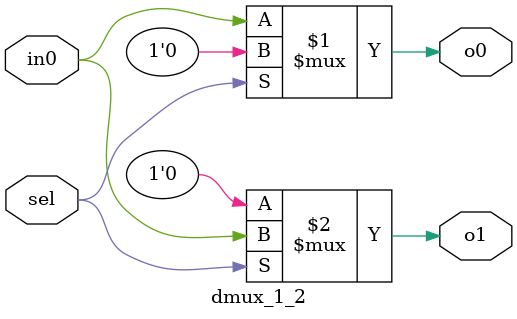
<source format=v>
`timescale 1ns / 1ps


/*
Authour: Yang Zhijie, National University of Defense Technology, P.R.China.

This is a 1-2 demultiplexer module of our architecture.

Use this please cite: 

[1] Yang. Zhijie, Wang. Lei, et al., "Bactran: A Hardware Batch Normalization Implementation for CNN Training Engine," in IEEE Embedded Systems Letters, vol. 13, no. 1, pp. 29-32, March 2021.

This code follows the MIT License

Copyright (c) 2021 Yang Zhijie and Wang Lei of National University of Defense Technology, P.R.China

Permission is hereby granted, free of charge, to any person obtaining a copy
of this software and associated documentation files (the "Software"), to deal
in the Software without restriction, including without limitation the rights
to use, copy, modify, merge, publish, distribute, sublicense, and/or sell
copies of the Software, and to permit persons to whom the Software is
furnished to do so, subject to the following conditions:

The above copyright notice and this permission notice shall be included in all
copies or substantial portions of the Software.

THE SOFTWARE IS PROVIDED "AS IS", WITHOUT WARRANTY OF ANY KIND, EXPRESS OR
IMPLIED, INCLUDING BUT NOT LIMITED TO THE WARRANTIES OF MERCHANTABILITY,
FITNESS FOR A PARTICULAR PURPOSE AND NONINFRINGEMENT. IN NO EVENT SHALL THE
AUTHORS OR COPYRIGHT HOLDERS BE LIABLE FOR ANY CLAIM, DAMAGES OR OTHER
LIABILITY, WHETHER IN AN ACTION OF CONTRACT, TORT OR OTHERWISE, ARISING FROM,
OUT OF OR IN CONNECTION WITH THE SOFTWARE OR THE USE OR OTHER DEALINGS IN THE
SOFTWARE.
*/

module dmux_1_2(
    sel,
    in0,
    o0,
    o1
);
parameter DATA_WIDTH = 1;
input sel;
input [DATA_WIDTH-1:0] in0;
output [DATA_WIDTH-1:0] o0;
output [DATA_WIDTH-1:0] o1;

assign o0 = sel?{DATA_WIDTH{1'b0}}:in0;
assign o1 = sel?in0:{DATA_WIDTH{1'b0}};

endmodule

</source>
